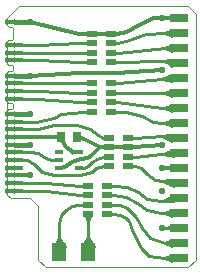
<source format=gtl>
G04 EAGLE Gerber X2 export*
%TF.Part,Single*%
%TF.FileFunction,Other,top copper*%
%TF.FilePolarity,Positive*%
%TF.GenerationSoftware,Autodesk,EAGLE,9.5.2*%
%TF.CreationDate,2020-03-22T18:50:51Z*%
G75*
%MOMM*%
%FSLAX34Y34*%
%LPD*%
%INtop copper*%
%AMOC8*
5,1,8,0,0,1.08239X$1,22.5*%
G01*
%ADD10C,0.000000*%
%ADD11R,0.900000X0.500000*%
%ADD12R,1.270000X1.524000*%
%ADD13R,1.350000X0.450000*%
%ADD14R,1.600000X0.800000*%
%ADD15R,0.700000X0.400000*%
%ADD16R,0.700000X0.900000*%
%ADD17C,0.254000*%
%ADD18C,0.454000*%
%ADD19C,0.304800*%
%ADD20C,0.595000*%
%ADD21C,0.406400*%
%ADD22C,0.203200*%


D10*
X0Y-36000D02*
X3000Y-39000D01*
X19500Y-39000D01*
X26000Y-45500D01*
X26000Y-91000D01*
X32500Y-97500D01*
X152750Y-97500D01*
X159250Y-91000D01*
X159250Y117000D01*
X152750Y123500D01*
X10000Y123500D01*
X0Y113500D01*
X0Y107500D01*
X0Y94000D02*
X0Y75000D01*
X1000Y74000D01*
X4000Y74000D01*
X5000Y73000D01*
X5000Y70000D02*
X4000Y69000D01*
X1000Y69000D01*
X0Y68000D01*
X5000Y70000D02*
X5000Y73000D01*
X0Y68000D02*
X0Y42500D01*
X1000Y41500D01*
X4000Y41500D01*
X5000Y40500D01*
X5000Y37500D02*
X4000Y36500D01*
X1000Y36500D01*
X0Y35500D01*
X5000Y37500D02*
X5000Y40500D01*
X0Y42000D02*
X0Y35500D01*
X0Y-36000D01*
X1000Y106500D02*
X0Y107500D01*
X1000Y106500D02*
X4000Y106500D01*
X5000Y105500D01*
X5000Y96000D01*
X4000Y95000D01*
X1000Y95000D01*
X0Y94000D01*
D11*
X71750Y100500D03*
X71750Y92500D03*
X71750Y84500D03*
X71750Y76500D03*
X87750Y76500D03*
X87750Y84500D03*
X87750Y92500D03*
X87750Y100500D03*
X71750Y58500D03*
X71750Y50500D03*
X71750Y42500D03*
X71750Y34500D03*
X87750Y34500D03*
X87750Y42500D03*
X87750Y50500D03*
X87750Y58500D03*
X86250Y12250D03*
X86250Y4250D03*
X86250Y-3750D03*
X86250Y-11750D03*
X102250Y-11750D03*
X102250Y-3750D03*
X102250Y4250D03*
X102250Y12250D03*
D12*
X44000Y-84500D03*
X68000Y-84000D03*
D13*
X6500Y0D03*
X6500Y6500D03*
X6500Y19500D03*
X6500Y26000D03*
X6500Y32500D03*
X6500Y45500D03*
X6500Y52000D03*
X6500Y58500D03*
X6500Y65000D03*
X6500Y78000D03*
X6500Y84500D03*
X6500Y91000D03*
X6500Y-6500D03*
X6500Y-19500D03*
X6500Y-26000D03*
X6500Y-32500D03*
D11*
X84250Y-52500D03*
X84250Y-44500D03*
X84250Y-36500D03*
X84250Y-28500D03*
X68250Y-28500D03*
X68250Y-36500D03*
X68250Y-44500D03*
X68250Y-52500D03*
D13*
X6500Y110500D03*
D14*
X145600Y114000D03*
X145600Y101300D03*
X145600Y88600D03*
X145600Y75900D03*
X145600Y63200D03*
X145600Y50500D03*
X145600Y37800D03*
X145600Y25100D03*
X145600Y12400D03*
X145600Y-300D03*
X145600Y-13000D03*
X145600Y-25700D03*
X145600Y-38400D03*
X145600Y-51100D03*
X145600Y-63800D03*
X145600Y-76500D03*
X145600Y-89200D03*
D15*
X43500Y0D03*
X43500Y-6500D03*
X43500Y-13000D03*
X60500Y-13000D03*
X60500Y0D03*
D16*
X45500Y13000D03*
X58500Y13000D03*
D13*
X6500Y13000D03*
X6500Y-13000D03*
D17*
X80750Y-3750D02*
X86250Y-3750D01*
X65000Y-13000D02*
X60500Y-13000D01*
X65000Y-13000D02*
X68000Y-11500D01*
X72000Y-8500D01*
X76000Y-6000D01*
X80750Y-3750D01*
D18*
X6500Y0D03*
D17*
X26030Y-960D02*
X31250Y-3750D01*
X34250Y-5250D02*
X38000Y-6500D01*
X43500Y-6500D01*
X34250Y-5250D02*
X31250Y-3750D01*
X19500Y0D02*
X6500Y0D01*
X19500Y0D02*
X26030Y-960D01*
D18*
X0Y0D03*
X0Y110500D03*
D19*
X71750Y100500D02*
X87750Y100500D01*
D17*
X6500Y110500D02*
X3270Y110500D01*
D19*
X86250Y4250D02*
X102250Y4250D01*
X86250Y4250D02*
X78250Y4250D01*
D20*
X19500Y6500D03*
D18*
X6500Y6500D03*
D21*
X19500Y6500D01*
D18*
X0Y6500D03*
D17*
X3270Y6500D02*
X6500Y6500D01*
D18*
X6500Y-19500D03*
X0Y-19500D03*
X6500Y110500D03*
D20*
X19500Y110500D03*
D21*
X6500Y110500D01*
D19*
X60250Y100500D02*
X71750Y100500D01*
X130500Y114000D02*
X145600Y114000D01*
X92750Y100500D02*
X87750Y100500D01*
D20*
X130500Y114000D03*
X130500Y-13000D03*
X130500Y-64000D03*
D19*
X130500Y-13000D02*
X145600Y-13000D01*
X145600Y-64000D02*
X136500Y-64000D01*
D21*
X145600Y-64000D02*
X145600Y-63800D01*
D19*
X107250Y4250D02*
X102250Y4250D01*
D20*
X130500Y6000D03*
X130500Y-32500D03*
D17*
X130500Y-64000D02*
X136500Y-64000D01*
X130810Y-63800D02*
X130500Y-64000D01*
X6500Y6500D02*
X0Y6500D01*
D20*
X130500Y69500D03*
D19*
X92750Y67500D02*
X60250Y67500D01*
D20*
X19500Y65000D03*
D18*
X6500Y65000D03*
D21*
X19500Y65000D01*
D18*
X0Y65000D03*
D20*
X19500Y32500D03*
D18*
X6500Y32500D03*
D21*
X19500Y32500D01*
D18*
X0Y32500D03*
D19*
X19500Y65000D02*
X60250Y67500D01*
X92750Y67500D02*
X130500Y69500D01*
X60250Y100500D02*
X19500Y110500D01*
X92750Y100500D02*
X101000Y102000D01*
X111500Y108000D01*
X124000Y113500D01*
X130500Y114000D01*
X64500Y11500D02*
X58500Y13000D01*
X64500Y11500D02*
X78250Y4250D01*
X107250Y4250D02*
X130500Y6000D01*
X19500Y-19500D02*
X6500Y-19500D01*
X43500Y-13000D02*
X48500Y-12500D01*
X54500Y-8000D01*
X62500Y-6000D01*
X68000Y-5000D01*
X72000Y-2000D01*
X78250Y4250D01*
D20*
X19500Y-19500D03*
D18*
X6500Y19500D03*
D17*
X26000Y19500D01*
X81250Y12250D02*
X86250Y12250D01*
X39000Y22750D02*
X26000Y19500D01*
X59250Y22750D02*
X69500Y19500D01*
X76750Y14750D01*
X81250Y12250D01*
X59250Y22750D02*
X39000Y22750D01*
D18*
X0Y19500D03*
X6500Y26000D03*
D17*
X24500Y26000D01*
X63750Y34500D02*
X71750Y34500D01*
X63750Y34500D02*
X45500Y32500D01*
X39000Y29250D01*
X24500Y26000D01*
D18*
X0Y26000D03*
X6500Y45500D03*
D17*
X26000Y45500D01*
X60250Y42500D02*
X71750Y42500D01*
X60250Y42500D02*
X26000Y45500D01*
D18*
X0Y45500D03*
X6500Y52000D03*
D17*
X26000Y52000D01*
X60250Y50500D02*
X71750Y50500D01*
X60250Y50500D02*
X26000Y52000D01*
D18*
X0Y52000D03*
X6500Y58500D03*
D17*
X71750Y58500D01*
D18*
X0Y58500D03*
X6500Y84500D03*
D17*
X71750Y84500D01*
D18*
X0Y84500D03*
X6500Y78000D03*
D17*
X26000Y78000D01*
X60250Y76500D02*
X61750Y76500D01*
X71750Y76500D01*
X61750Y76500D02*
X26000Y78000D01*
D18*
X0Y78000D03*
X6500Y91000D03*
D17*
X26000Y91000D01*
X60250Y92500D02*
X71750Y92500D01*
X60250Y92500D02*
X26000Y91000D01*
D18*
X0Y91000D03*
D17*
X44000Y-72500D02*
X44000Y-84500D01*
X39000Y-80500D02*
X44000Y-72500D01*
X49000Y-80500D01*
X44000Y-72500D02*
X44000Y-60500D01*
X45500Y-53000D01*
X49500Y-48500D01*
X55000Y-45500D01*
X60000Y-44500D01*
X68250Y-44500D01*
X68000Y-72000D02*
X68000Y-84000D01*
X73000Y-80500D02*
X68000Y-72000D01*
X63000Y-80500D01*
X68250Y-58500D02*
X68250Y-52500D01*
X65750Y-52500D02*
X68250Y-58500D01*
X70750Y-52500D01*
X68250Y-58500D02*
X68250Y-71750D01*
D22*
X68000Y-72000D01*
D17*
X133350Y-89200D02*
X145600Y-89200D01*
X89250Y-52500D02*
X84250Y-52500D01*
X133350Y-89200D02*
X139700Y-86660D01*
X139700Y-91740D01*
X133350Y-89200D01*
X95500Y-53000D02*
X89250Y-52500D01*
X95500Y-53000D02*
X100000Y-55500D01*
X102500Y-58500D01*
X105500Y-65500D01*
X113000Y-81000D01*
X120000Y-88000D01*
X125500Y-89000D01*
X133350Y-89200D01*
X32500Y-32500D02*
X6500Y-32500D01*
X61500Y-36500D02*
X68250Y-36500D01*
X61500Y-36500D02*
X32500Y-32500D01*
D18*
X6500Y-32500D03*
X0Y-32500D03*
D17*
X6500Y-26000D02*
X32500Y-26000D01*
X61000Y-28500D02*
X68250Y-28500D01*
X61000Y-28500D02*
X32500Y-26000D01*
D18*
X0Y-26000D03*
X6500Y-26000D03*
D17*
X6500Y-6500D02*
X16250Y-6500D01*
X81500Y-11750D02*
X86250Y-11750D01*
X22750Y-9750D02*
X16250Y-6500D01*
X22750Y-9750D02*
X29250Y-16250D01*
X39000Y-19500D01*
X61750Y-19500D01*
X71500Y-16250D01*
X75387Y-13559D01*
X81500Y-11750D01*
D18*
X6500Y-6500D03*
X0Y-6500D03*
D17*
X134620Y101300D02*
X145600Y101300D01*
X134620Y101300D02*
X133350Y101300D01*
X92750Y92500D02*
X87750Y92500D01*
X134620Y101300D02*
X139700Y103840D01*
X139700Y98760D02*
X134620Y101300D01*
X133350Y101300D02*
X139700Y103840D01*
X139700Y98760D01*
X133350Y101300D01*
X100750Y94250D02*
X92750Y92500D01*
X100750Y94250D02*
X117250Y100000D01*
X133350Y101300D01*
X134620Y88600D02*
X145600Y88600D01*
X134620Y88600D02*
X133350Y88600D01*
X93250Y84500D02*
X87750Y84500D01*
X134620Y88600D02*
X139700Y91140D01*
X139700Y86060D02*
X134620Y88600D01*
X133350Y88600D02*
X139700Y91140D01*
X139700Y86060D01*
X133350Y88600D01*
X93250Y84500D01*
X136389Y76670D02*
X145600Y75900D01*
X92750Y76500D02*
X87750Y76500D01*
X130810Y77170D02*
X135425Y76566D01*
X139700Y73360D01*
X139700Y78440D01*
X130810Y77170D01*
X130400Y77170D02*
X136389Y76670D01*
X135425Y76566D02*
X145600Y75900D01*
X130810Y77170D02*
X92750Y76500D01*
X130253Y61934D02*
X145600Y63200D01*
X130252Y61934D02*
X130200Y61930D01*
X93250Y58500D02*
X87750Y58500D01*
X130810Y61930D02*
X139700Y65740D01*
X139700Y60660D01*
X130810Y61930D01*
X130253Y61934D02*
X130252Y61934D01*
X130200Y61930D02*
X130810Y61930D01*
X93250Y58500D01*
X133350Y50500D02*
X145600Y50500D01*
X139700Y53040D02*
X133350Y50500D01*
X139700Y53040D02*
X139700Y47960D01*
X133350Y50500D01*
X87750Y50500D01*
X133350Y37800D02*
X145600Y37800D01*
X133350Y37800D02*
X130800Y37800D01*
X92750Y42500D02*
X87750Y42500D01*
X133350Y37800D02*
X139700Y40340D01*
X139700Y35260D01*
X133350Y37800D01*
X130800Y37800D02*
X92750Y42500D01*
X92750Y34500D02*
X87750Y34500D01*
X130600Y25100D02*
X133040Y25000D01*
X133350Y25100D02*
X130600Y25100D01*
X133350Y25100D02*
X145600Y25100D01*
X139700Y27640D02*
X133350Y25100D01*
X139700Y27640D02*
X139700Y22560D01*
X133350Y25100D01*
X100500Y34000D02*
X92750Y34500D01*
X100500Y34000D02*
X113500Y30500D01*
X123000Y26000D01*
X130600Y25100D01*
X136518Y13207D02*
X145600Y12400D01*
X108250Y12250D02*
X102250Y12250D01*
X132080Y13670D02*
X136272Y14369D01*
X139700Y14940D01*
X139700Y9860D01*
X130810Y13670D01*
X131300Y13670D02*
X136518Y13207D01*
X136272Y14369D02*
X131300Y13670D01*
X130810Y13670D02*
X108250Y12250D01*
X136589Y-1058D02*
X145600Y-300D01*
X107750Y-3750D02*
X102250Y-3750D01*
X132080Y-1570D02*
X140970Y2240D01*
X140970Y-2840D01*
X132080Y-1570D01*
X130192Y-1607D02*
X136589Y-1058D01*
X132080Y-1570D02*
X130192Y-1607D01*
X107750Y-3750D01*
X131940Y-24430D02*
X145600Y-25700D01*
X107750Y-11750D02*
X102250Y-11750D01*
X132080Y-24430D02*
X136192Y-23843D01*
X140970Y-23160D01*
X140970Y-28240D01*
X132080Y-24430D01*
X131940Y-24430D02*
X136192Y-23843D01*
X131940Y-24430D02*
X124500Y-23500D01*
X118000Y-18500D01*
X113000Y-13000D01*
X107750Y-11750D01*
X130312Y-40905D02*
X145600Y-38400D01*
X130312Y-40905D02*
X130100Y-40940D01*
X90250Y-28500D02*
X84250Y-28500D01*
X132080Y-40940D02*
X140970Y-35860D01*
X140970Y-40940D01*
X132080Y-40940D01*
X130312Y-40905D01*
X101500Y-29000D02*
X90250Y-28500D01*
X101500Y-29000D02*
X110500Y-34000D01*
X118500Y-39500D01*
X130100Y-40940D01*
X133350Y-51100D02*
X145600Y-51100D01*
X133350Y-51100D02*
X129800Y-51100D01*
X89750Y-36500D02*
X84250Y-36500D01*
X133350Y-51100D02*
X139700Y-48560D01*
X139700Y-53640D01*
X133350Y-51100D01*
X129800Y-51100D02*
X118000Y-48500D01*
X109500Y-42500D01*
X100000Y-37500D01*
X89750Y-36500D01*
X133350Y-76500D02*
X145600Y-76500D01*
X89250Y-44500D02*
X84250Y-44500D01*
X133350Y-76500D02*
X139700Y-73960D01*
X139700Y-79040D01*
X133350Y-76500D01*
X121000Y-72500D01*
X114000Y-64500D01*
X108500Y-55000D01*
X101500Y-47500D01*
X95000Y-45000D01*
X89250Y-44500D01*
D18*
X6500Y-13000D03*
X0Y-13000D03*
X6500Y13000D03*
X0Y13000D03*
D19*
X6500Y13000D02*
X45500Y13000D01*
D18*
X55250Y0D03*
D19*
X60500Y0D01*
X55250Y0D02*
X49500Y4500D01*
X47500Y7000D01*
X45500Y13000D01*
M02*

</source>
